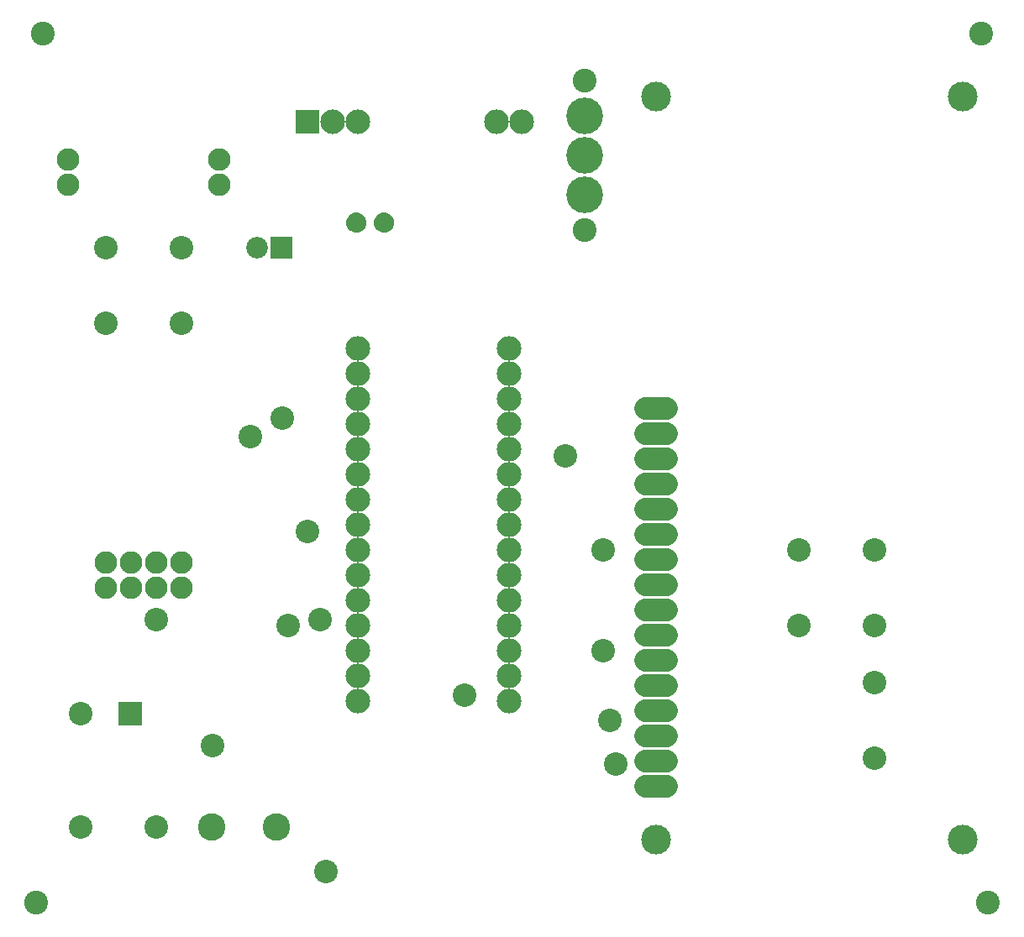
<source format=gbr>
G04 EAGLE Gerber RS-274X export*
G75*
%MOMM*%
%FSLAX34Y34*%
%LPD*%
%INSoldermask Bottom*%
%IPPOS*%
%AMOC8*
5,1,8,0,0,1.08239X$1,22.5*%
G01*
%ADD10C,2.403200*%
%ADD11R,2.173200X2.173200*%
%ADD12C,2.173200*%
%ADD13C,2.373200*%
%ADD14R,2.373200X2.373200*%
%ADD15C,2.489200*%
%ADD16C,2.273200*%
%ADD17C,3.703200*%
%ADD18R,2.473200X2.473200*%
%ADD19C,2.473200*%
%ADD20C,2.273200*%
%ADD21C,3.003200*%
%ADD22C,2.773200*%

G36*
X369560Y701097D02*
X369560Y701097D01*
X369625Y701093D01*
X371456Y701253D01*
X371502Y701266D01*
X371578Y701276D01*
X373342Y701790D01*
X373386Y701811D01*
X373458Y701836D01*
X375088Y702685D01*
X375126Y702714D01*
X375192Y702753D01*
X376625Y703903D01*
X376657Y703939D01*
X376714Y703990D01*
X377895Y705398D01*
X377919Y705439D01*
X377965Y705500D01*
X378510Y706493D01*
X378849Y707112D01*
X378864Y707157D01*
X378898Y707226D01*
X379450Y708979D01*
X379456Y709026D01*
X379476Y709100D01*
X379676Y710927D01*
X379672Y710973D01*
X379678Y711042D01*
X379555Y712718D01*
X379544Y712761D01*
X379538Y712827D01*
X379127Y714457D01*
X379108Y714497D01*
X379090Y714561D01*
X378402Y716094D01*
X378377Y716131D01*
X378348Y716191D01*
X377404Y717581D01*
X377373Y717613D01*
X377335Y717667D01*
X376164Y718873D01*
X376128Y718899D01*
X376080Y718945D01*
X374718Y719929D01*
X374677Y719948D01*
X374623Y719985D01*
X373110Y720718D01*
X373067Y720730D01*
X373007Y720757D01*
X371390Y721215D01*
X371345Y721220D01*
X371281Y721236D01*
X369609Y721407D01*
X369561Y721403D01*
X369482Y721407D01*
X367810Y721241D01*
X367767Y721229D01*
X367702Y721220D01*
X366084Y720766D01*
X366043Y720747D01*
X365980Y720727D01*
X364466Y719999D01*
X364430Y719973D01*
X364371Y719943D01*
X363006Y718962D01*
X362975Y718930D01*
X362922Y718890D01*
X361748Y717688D01*
X361723Y717651D01*
X361678Y717603D01*
X360731Y716215D01*
X360713Y716174D01*
X360677Y716118D01*
X359985Y714587D01*
X359974Y714544D01*
X359948Y714483D01*
X359533Y712854D01*
X359530Y712810D01*
X359515Y712745D01*
X359389Y711070D01*
X359393Y711023D01*
X359391Y710951D01*
X359596Y709116D01*
X359610Y709069D01*
X359622Y708994D01*
X360182Y707233D01*
X360205Y707191D01*
X360231Y707119D01*
X361124Y705502D01*
X361154Y705464D01*
X361194Y705399D01*
X362385Y703987D01*
X362422Y703956D01*
X362474Y703900D01*
X363918Y702747D01*
X363960Y702725D01*
X364022Y702680D01*
X365663Y701831D01*
X365709Y701817D01*
X365778Y701785D01*
X367553Y701272D01*
X367601Y701267D01*
X367676Y701250D01*
X369516Y701093D01*
X369560Y701097D01*
G37*
G36*
X341569Y701097D02*
X341569Y701097D01*
X341634Y701093D01*
X343465Y701253D01*
X343511Y701266D01*
X343587Y701276D01*
X345351Y701790D01*
X345395Y701811D01*
X345467Y701836D01*
X347097Y702685D01*
X347135Y702714D01*
X347201Y702753D01*
X348634Y703903D01*
X348666Y703939D01*
X348723Y703990D01*
X349904Y705398D01*
X349928Y705439D01*
X349974Y705500D01*
X350519Y706493D01*
X350858Y707112D01*
X350873Y707157D01*
X350907Y707226D01*
X351459Y708979D01*
X351465Y709026D01*
X351485Y709100D01*
X351685Y710927D01*
X351681Y710973D01*
X351687Y711042D01*
X351564Y712718D01*
X351553Y712761D01*
X351547Y712827D01*
X351136Y714457D01*
X351117Y714497D01*
X351099Y714561D01*
X350411Y716094D01*
X350386Y716131D01*
X350357Y716191D01*
X349413Y717581D01*
X349382Y717613D01*
X349344Y717667D01*
X348173Y718873D01*
X348137Y718899D01*
X348089Y718945D01*
X346727Y719929D01*
X346686Y719948D01*
X346632Y719985D01*
X345119Y720718D01*
X345076Y720730D01*
X345016Y720757D01*
X343399Y721215D01*
X343354Y721220D01*
X343290Y721236D01*
X341618Y721407D01*
X341570Y721403D01*
X341491Y721407D01*
X339819Y721241D01*
X339776Y721229D01*
X339711Y721220D01*
X338093Y720766D01*
X338052Y720747D01*
X337989Y720727D01*
X336475Y719999D01*
X336439Y719973D01*
X336380Y719943D01*
X335015Y718962D01*
X334984Y718930D01*
X334931Y718890D01*
X333757Y717688D01*
X333732Y717651D01*
X333687Y717603D01*
X332740Y716215D01*
X332722Y716174D01*
X332686Y716118D01*
X331994Y714587D01*
X331983Y714544D01*
X331957Y714483D01*
X331542Y712854D01*
X331539Y712810D01*
X331524Y712745D01*
X331398Y711070D01*
X331402Y711023D01*
X331400Y710951D01*
X331605Y709116D01*
X331619Y709069D01*
X331631Y708994D01*
X332191Y707233D01*
X332214Y707191D01*
X332240Y707119D01*
X333133Y705502D01*
X333163Y705464D01*
X333203Y705399D01*
X334394Y703987D01*
X334431Y703956D01*
X334483Y703900D01*
X335927Y702747D01*
X335969Y702725D01*
X336031Y702680D01*
X337672Y701831D01*
X337718Y701817D01*
X337787Y701785D01*
X339562Y701272D01*
X339610Y701267D01*
X339685Y701250D01*
X341525Y701093D01*
X341569Y701097D01*
G37*
D10*
X971550Y901700D03*
X977900Y25400D03*
X19050Y25400D03*
X25400Y901700D03*
D11*
X266500Y685800D03*
D12*
X241500Y685800D03*
D13*
X63900Y215900D03*
D14*
X113900Y215900D03*
D15*
X342900Y406400D03*
X342900Y431800D03*
X342900Y457200D03*
X342900Y482600D03*
X342900Y508000D03*
X342900Y533400D03*
X342900Y381000D03*
X342900Y355600D03*
X342900Y330200D03*
X342900Y304800D03*
X342900Y279400D03*
X342900Y254000D03*
X342900Y228600D03*
X342900Y558800D03*
X342900Y584200D03*
X495300Y406400D03*
X495300Y381000D03*
X495300Y355600D03*
X495300Y330200D03*
X495300Y304800D03*
X495300Y279400D03*
X495300Y431800D03*
X495300Y457200D03*
X495300Y482600D03*
X495300Y508000D03*
X495300Y533400D03*
X495300Y558800D03*
X495300Y584200D03*
X495300Y254000D03*
X495300Y228600D03*
X508000Y812800D03*
X482600Y812800D03*
D13*
X88900Y685800D03*
X165100Y685800D03*
X88900Y609600D03*
X165100Y609600D03*
D16*
X88900Y342900D03*
X114300Y342900D03*
X139700Y342900D03*
X165100Y342900D03*
X88900Y368300D03*
X114300Y368300D03*
X139700Y368300D03*
X165100Y368300D03*
X203200Y749300D03*
X203200Y774700D03*
X50800Y774700D03*
X50800Y749300D03*
D17*
X571500Y819150D03*
X571500Y779150D03*
X571500Y739150D03*
D10*
X571500Y854150D03*
X571500Y704150D03*
D18*
X292100Y812800D03*
D19*
X317500Y812800D03*
X342900Y812800D03*
D20*
X632950Y143500D02*
X653650Y143500D01*
X653650Y168900D02*
X632950Y168900D01*
X632950Y194300D02*
X653650Y194300D01*
X653650Y219700D02*
X632950Y219700D01*
X632950Y245100D02*
X653650Y245100D01*
X653650Y270500D02*
X632950Y270500D01*
X632950Y295900D02*
X653650Y295900D01*
X653650Y321300D02*
X632950Y321300D01*
X632950Y346700D02*
X653650Y346700D01*
X653650Y372100D02*
X632950Y372100D01*
X632950Y397500D02*
X653650Y397500D01*
X653650Y422900D02*
X632950Y422900D01*
X632950Y448300D02*
X653650Y448300D01*
X653650Y473700D02*
X632950Y473700D01*
X632950Y499100D02*
X653650Y499100D01*
X653650Y524500D02*
X632950Y524500D01*
D21*
X952500Y88900D03*
X643300Y88900D03*
X643300Y838100D03*
X952500Y838100D03*
D13*
X863600Y171450D03*
X863600Y247650D03*
X863600Y304800D03*
X863600Y381000D03*
D22*
X261100Y101600D03*
X196100Y101600D03*
D13*
X139700Y101600D03*
X63500Y101600D03*
X787400Y304800D03*
X787400Y381000D03*
X139700Y311150D03*
X450850Y234950D03*
X590550Y381000D03*
X234950Y495300D03*
X552450Y476250D03*
X266700Y514350D03*
X311150Y57150D03*
X603250Y165100D03*
X196850Y184150D03*
X292100Y400050D03*
X273050Y304800D03*
X596900Y209550D03*
X304800Y311150D03*
X590550Y279400D03*
M02*

</source>
